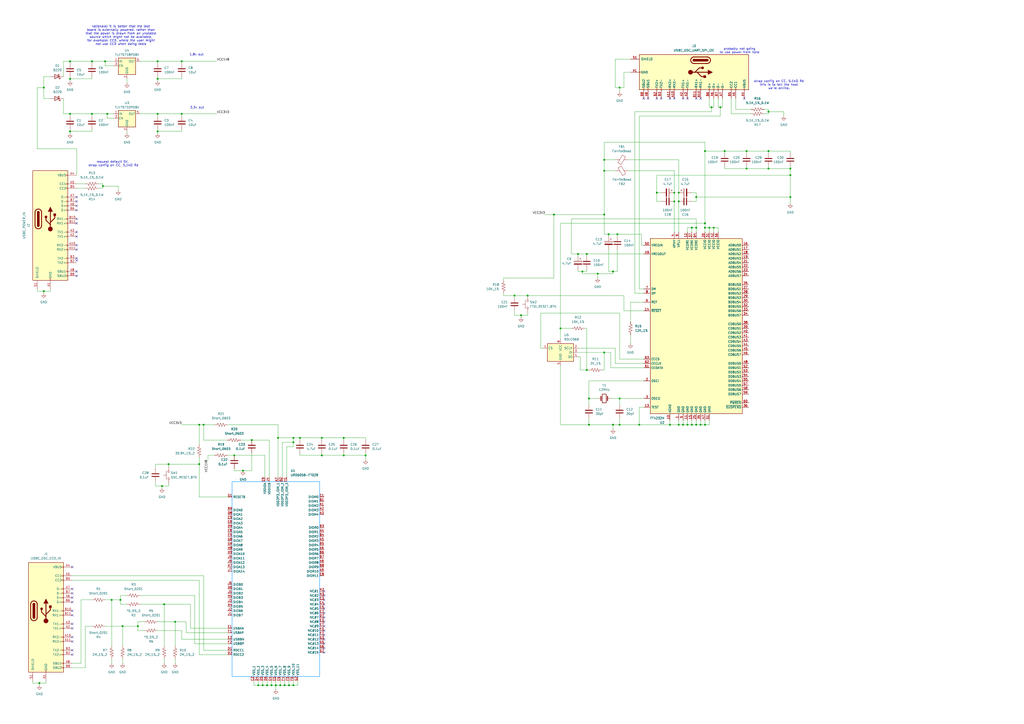
<source format=kicad_sch>
(kicad_sch (version 20250114) (generator "eeschema") (generator_version "9.0")
  (paper "A2")
  (text "rationale: it is better that the test\nboard is externally powered, rather than\nthat the power is drawn from an unstable\nsource which might not be available,\nfor example: CCD, where the user might\nnot use CCD when doing tests" (at 70.104 20.574 0) (effects (font (size 1.27 1.27) (thickness 0.1588) (italic yes))))
  (text "probably not going\nto use power from here" (at 429.006 29.464 0) (effects (font (size 1.27 1.27))))
  (text "strap config on CC, 5.1kΩ Rd\nthis is to tell the host\nwe're online." (at 451.866 49.276 0) (effects (font (size 1.27 1.27))))
  (text "3.3v out" (at 114.3 62.484 0) (effects (font (size 1.27 1.27))))
  (text "request default 5V, \nstrap config on CC, 5.1kΩ Rd" (at 65.786 94.996 0) (effects (font (size 1.27 1.27))))
  (text "1.8v out\n" (at 114.046 31.75 0) (effects (font (size 1.27 1.27))))
  (junction (at 146.05 255.27))
  (junction (at 406.4 246.38))
  (junction (at 445.77 87.63))
  (junction (at 152.4 397.51))
  (junction (at 80.01 363.22))
  (junction (at 393.7 116.84))
  (junction (at 170.18 254))
  (junction (at 411.48 132.08))
  (junction (at 458.47 101.6))
  (junction (at 350.52 92.71))
  (junction (at 350.52 204.47))
  (junction (at 414.02 132.08))
  (junction (at 403.86 114.3))
  (junction (at 391.16 116.84))
  (junction (at 40.64 35.56))
  (junction (at 95.25 350.52))
  (junction (at 105.41 35.56))
  (junction (at 408.94 87.63))
  (junction (at 91.44 76.2))
  (junction (at 306.07 171.45))
  (junction (at 53.34 35.56))
  (junction (at 173.99 254))
  (junction (at 93.98 281.94))
  (junction (at 115.57 246.38))
  (junction (at 396.24 246.38))
  (junction (at 186.69 254))
  (junction (at 71.12 363.22))
  (junction (at 381 111.76))
  (junction (at 199.39 254))
  (junction (at 302.26 182.88))
  (junction (at 40.64 45.72))
  (junction (at 350.52 124.46))
  (junction (at 403.86 132.08))
  (junction (at 212.09 264.16))
  (junction (at 167.64 397.51))
  (junction (at 298.45 171.45))
  (junction (at 91.44 45.72))
  (junction (at 370.84 246.38))
  (junction (at 433.07 87.63))
  (junction (at 22.86 396.24))
  (junction (at 353.06 135.89))
  (junction (at 91.44 35.56))
  (junction (at 445.77 97.79))
  (junction (at 355.6 246.38))
  (junction (at 40.64 66.04))
  (junction (at 135.89 264.16))
  (junction (at 62.23 66.04))
  (junction (at 165.1 397.51))
  (junction (at 59.69 107.95))
  (junction (at 170.18 256.54))
  (junction (at 458.47 97.79))
  (junction (at 408.94 129.54))
  (junction (at 341.63 231.14))
  (junction (at 391.16 111.76))
  (junction (at 161.29 254))
  (junction (at 359.41 50.8))
  (junction (at 355.6 157.48))
  (junction (at 60.96 35.56))
  (junction (at 91.44 66.04))
  (junction (at 340.36 214.63))
  (junction (at 101.6 360.68))
  (junction (at 388.62 246.38))
  (junction (at 69.85 347.98))
  (junction (at 25.4 50.8))
  (junction (at 162.56 397.51))
  (junction (at 321.31 124.46))
  (junction (at 433.07 97.79))
  (junction (at 420.37 87.63))
  (junction (at 325.12 190.5))
  (junction (at 40.64 76.2))
  (junction (at 401.32 132.08))
  (junction (at 398.78 246.38))
  (junction (at 53.34 66.04))
  (junction (at 115.57 269.24))
  (junction (at 140.97 273.05))
  (junction (at 403.86 246.38))
  (junction (at 149.86 397.51))
  (junction (at 359.41 231.14))
  (junction (at 199.39 264.16))
  (junction (at 154.94 397.51))
  (junction (at 118.11 246.38))
  (junction (at 25.4 168.91))
  (junction (at 393.7 246.38))
  (junction (at 157.48 397.51))
  (junction (at 408.94 246.38))
  (junction (at 105.41 66.04))
  (junction (at 346.71 158.75))
  (junction (at 350.52 99.06))
  (junction (at 359.41 246.38))
  (junction (at 97.79 269.24))
  (junction (at 358.14 135.89))
  (junction (at 341.63 246.38))
  (junction (at 445.77 64.77))
  (junction (at 393.7 111.76))
  (junction (at 417.83 62.23))
  (junction (at 340.36 147.32))
  (junction (at 64.77 347.98))
  (junction (at 160.02 397.51))
  (junction (at 337.82 157.48))
  (junction (at 412.75 62.23))
  (junction (at 170.18 397.51))
  (junction (at 186.69 264.16))
  (junction (at 401.32 246.38))
  (junction (at 408.94 132.08))
  (junction (at 335.28 147.32))
  (junction (at 458.47 114.3))
  (no_connect (at 187.96 347.98))
  (no_connect (at 403.86 57.15))
  (no_connect (at 41.91 341.63))
  (no_connect (at 187.96 370.84))
  (no_connect (at 187.96 350.52))
  (no_connect (at 41.91 361.95))
  (no_connect (at 187.96 365.76))
  (no_connect (at 187.96 353.06))
  (no_connect (at 187.96 358.14))
  (no_connect (at 431.8 57.15))
  (no_connect (at 44.45 160.02))
  (no_connect (at 44.45 129.54))
  (no_connect (at 44.45 114.3))
  (no_connect (at 41.91 356.87))
  (no_connect (at 187.96 360.68))
  (no_connect (at 388.62 57.15))
  (no_connect (at 44.45 116.84))
  (no_connect (at 44.45 142.24))
  (no_connect (at 41.91 346.71))
  (no_connect (at 41.91 328.93))
  (no_connect (at 373.38 57.15))
  (no_connect (at 41.91 354.33))
  (no_connect (at 44.45 121.92))
  (no_connect (at 44.45 157.48))
  (no_connect (at 187.96 375.92))
  (no_connect (at 44.45 137.16))
  (no_connect (at 41.91 372.11))
  (no_connect (at 381 57.15))
  (no_connect (at 375.92 57.15))
  (no_connect (at 41.91 344.17))
  (no_connect (at 44.45 134.62))
  (no_connect (at 44.45 127))
  (no_connect (at 391.16 57.15))
  (no_connect (at 41.91 369.57))
  (no_connect (at 44.45 119.38))
  (no_connect (at 41.91 349.25))
  (no_connect (at 383.54 57.15))
  (no_connect (at 41.91 377.19))
  (no_connect (at 398.78 57.15))
  (no_connect (at 187.96 378.46))
  (no_connect (at 187.96 373.38))
  (no_connect (at 44.45 151.13))
  (no_connect (at 187.96 355.6))
  (no_connect (at 44.45 144.78))
  (no_connect (at 41.91 379.73))
  (no_connect (at 406.4 57.15))
  (no_connect (at 41.91 364.49))
  (no_connect (at 187.96 342.9))
  (no_connect (at 187.96 345.44))
  (no_connect (at 187.96 368.3))
  (no_connect (at 396.24 57.15))
  (no_connect (at 187.96 363.22))
  (no_connect (at 44.45 149.86))
  (wire (pts (xy 337.82 158.75) (xy 346.71 158.75)))
  (wire (pts (xy 445.77 63.5) (xy 445.77 64.77)))
  (wire (pts (xy 411.48 246.38) (xy 408.94 246.38)))
  (wire (pts (xy 186.69 264.16) (xy 199.39 264.16)))
  (wire (pts (xy 381 111.76) (xy 381 101.6)))
  (wire (pts (xy 25.4 50.8) (xy 25.4 57.15)))
  (wire (pts (xy 393.7 243.84) (xy 393.7 246.38)))
  (wire (pts (xy 414.02 134.62) (xy 414.02 132.08)))
  (wire (pts (xy 59.69 106.68) (xy 59.69 107.95)))
  (wire (pts (xy 458.47 87.63) (xy 458.47 88.9)))
  (wire (pts (xy 68.58 107.95) (xy 68.58 110.49)))
  (wire (pts (xy 53.34 76.2) (xy 40.64 76.2)))
  (wire (pts (xy 21.59 50.8) (xy 25.4 50.8)))
  (wire (pts (xy 403.86 246.38) (xy 401.32 246.38)))
  (wire (pts (xy 110.49 364.49) (xy 132.08 364.49)))
  (wire (pts (xy 107.95 367.03) (xy 132.08 367.03)))
  (wire (pts (xy 115.57 265.43) (xy 115.57 269.24)))
  (wire (pts (xy 325.12 246.38) (xy 341.63 246.38)))
  (wire (pts (xy 417.83 62.23) (xy 419.1 62.23)))
  (wire (pts (xy 97.79 269.24) (xy 115.57 269.24)))
  (wire (pts (xy 165.1 397.51) (xy 162.56 397.51)))
  (wire (pts (xy 412.75 64.77) (xy 412.75 62.23)))
  (wire (pts (xy 44.45 109.22) (xy 49.53 109.22)))
  (wire (pts (xy 71.12 363.22) (xy 71.12 374.65)))
  (wire (pts (xy 396.24 246.38) (xy 393.7 246.38)))
  (wire (pts (xy 105.41 45.72) (xy 91.44 45.72)))
  (wire (pts (xy 26.67 396.24) (xy 22.86 396.24)))
  (wire (pts (xy 370.84 67.31) (xy 370.84 167.64)))
  (wire (pts (xy 154.94 397.51) (xy 154.94 394.97)))
  (wire (pts (xy 433.07 87.63) (xy 445.77 87.63)))
  (wire (pts (xy 336.55 207.01) (xy 336.55 214.63)))
  (wire (pts (xy 365.76 34.29) (xy 356.87 34.29)))
  (wire (pts (xy 132.08 246.38) (xy 161.29 246.38)))
  (wire (pts (xy 416.56 57.15) (xy 416.56 62.23)))
  (wire (pts (xy 411.48 134.62) (xy 411.48 132.08)))
  (wire (pts (xy 350.52 135.89) (xy 350.52 124.46)))
  (wire (pts (xy 335.28 201.93) (xy 356.87 201.93)))
  (wire (pts (xy 336.55 214.63) (xy 340.36 214.63)))
  (wire (pts (xy 403.86 114.3) (xy 403.86 111.76)))
  (wire (pts (xy 359.41 208.28) (xy 373.38 208.28)))
  (wire (pts (xy 443.23 63.5) (xy 445.77 63.5)))
  (wire (pts (xy 49.53 387.35) (xy 49.53 363.22)))
  (wire (pts (xy 173.99 255.27) (xy 173.99 254)))
  (wire (pts (xy 107.95 360.68) (xy 107.95 367.03)))
  (wire (pts (xy 93.98 283.21) (xy 93.98 281.94)))
  (wire (pts (xy 60.96 35.56) (xy 66.04 35.56)))
  (wire (pts (xy 60.96 363.22) (xy 71.12 363.22)))
  (wire (pts (xy 81.28 66.04) (xy 91.44 66.04)))
  (wire (pts (xy 408.94 82.55) (xy 408.94 87.63)))
  (wire (pts (xy 135.89 271.78) (xy 135.89 273.05)))
  (wire (pts (xy 91.44 74.93) (xy 91.44 76.2)))
  (wire (pts (xy 41.91 336.55) (xy 115.57 336.55)))
  (wire (pts (xy 335.28 148.59) (xy 335.28 147.32)))
  (wire (pts (xy 361.95 41.91) (xy 361.95 50.8)))
  (wire (pts (xy 368.3 170.18) (xy 373.38 170.18)))
  (wire (pts (xy 91.44 45.72) (xy 91.44 46.99)))
  (wire (pts (xy 321.31 161.29) (xy 321.31 124.46)))
  (wire (pts (xy 62.23 66.04) (xy 66.04 66.04)))
  (wire (pts (xy 118.11 377.19) (xy 132.08 377.19)))
  (wire (pts (xy 212.09 264.16) (xy 212.09 262.89)))
  (wire (pts (xy 412.75 62.23) (xy 411.48 62.23)))
  (wire (pts (xy 350.52 82.55) (xy 350.52 92.71)))
  (wire (pts (xy 172.72 397.51) (xy 170.18 397.51)))
  (wire (pts (xy 80.01 360.68) (xy 83.82 360.68)))
  (wire (pts (xy 298.45 171.45) (xy 292.1 171.45)))
  (wire (pts (xy 156.21 276.86) (xy 156.21 255.27)))
  (wire (pts (xy 95.25 382.27) (xy 95.25 384.81)))
  (wire (pts (xy 359.41 231.14) (xy 359.41 234.95)))
  (wire (pts (xy 90.17 281.94) (xy 90.17 279.4)))
  (wire (pts (xy 71.12 382.27) (xy 71.12 384.81)))
  (wire (pts (xy 414.02 132.08) (xy 411.48 132.08)))
  (wire (pts (xy 458.47 101.6) (xy 458.47 114.3)))
  (wire (pts (xy 40.64 76.2) (xy 40.64 74.93)))
  (wire (pts (xy 40.64 45.72) (xy 40.64 46.99)))
  (wire (pts (xy 29.21 57.15) (xy 25.4 57.15)))
  (wire (pts (xy 60.96 35.56) (xy 60.96 38.1)))
  (wire (pts (xy 97.79 281.94) (xy 93.98 281.94)))
  (wire (pts (xy 435.61 66.04) (xy 424.18 66.04)))
  (wire (pts (xy 120.65 264.16) (xy 120.65 266.7)))
  (wire (pts (xy 105.41 74.93) (xy 105.41 76.2)))
  (wire (pts (xy 172.72 394.97) (xy 172.72 397.51)))
  (wire (pts (xy 91.44 365.76) (xy 105.41 365.76)))
  (wire (pts (xy 381 101.6) (xy 458.47 101.6)))
  (wire (pts (xy 71.12 363.22) (xy 80.01 363.22)))
  (wire (pts (xy 401.32 243.84) (xy 401.32 246.38)))
  (wire (pts (xy 40.64 35.56) (xy 53.34 35.56)))
  (wire (pts (xy 419.1 57.15) (xy 419.1 62.23)))
  (wire (pts (xy 53.34 35.56) (xy 60.96 35.56)))
  (wire (pts (xy 408.94 246.38) (xy 406.4 246.38)))
  (wire (pts (xy 298.45 182.88) (xy 298.45 180.34)))
  (wire (pts (xy 356.87 201.93) (xy 356.87 210.82)))
  (wire (pts (xy 396.24 243.84) (xy 396.24 246.38)))
  (wire (pts (xy 165.1 397.51) (xy 165.1 394.97)))
  (wire (pts (xy 156.21 255.27) (xy 146.05 255.27)))
  (wire (pts (xy 424.18 66.04) (xy 424.18 57.15)))
  (wire (pts (xy 53.34 76.2) (xy 53.34 74.93)))
  (wire (pts (xy 40.64 36.83) (xy 40.64 35.56)))
  (wire (pts (xy 403.86 114.3) (xy 403.86 116.84)))
  (wire (pts (xy 370.84 67.31) (xy 417.83 67.31)))
  (wire (pts (xy 118.11 246.38) (xy 118.11 255.27)))
  (wire (pts (xy 393.7 111.76) (xy 393.7 116.84)))
  (wire (pts (xy 335.28 207.01) (xy 336.55 207.01)))
  (wire (pts (xy 340.36 148.59) (xy 340.36 147.32)))
  (wire (pts (xy 41.91 387.35) (xy 49.53 387.35)))
  (wire (pts (xy 393.7 116.84) (xy 393.7 134.62)))
  (wire (pts (xy 81.28 35.56) (xy 91.44 35.56)))
  (wire (pts (xy 21.59 86.36) (xy 21.59 50.8)))
  (wire (pts (xy 173.99 254) (xy 186.69 254)))
  (wire (pts (xy 83.82 365.76) (xy 80.01 365.76)))
  (wire (pts (xy 401.32 132.08) (xy 403.86 132.08)))
  (wire (pts (xy 341.63 220.98) (xy 341.63 231.14)))
  (wire (pts (xy 408.94 132.08) (xy 408.94 134.62)))
  (wire (pts (xy 341.63 231.14) (xy 341.63 234.95)))
  (wire (pts (xy 340.36 190.5) (xy 340.36 214.63)))
  (wire (pts (xy 91.44 66.04) (xy 105.41 66.04)))
  (wire (pts (xy 364.49 99.06) (xy 391.16 99.06)))
  (wire (pts (xy 81.28 350.52) (xy 95.25 350.52)))
  (wire (pts (xy 199.39 264.16) (xy 212.09 264.16)))
  (wire (pts (xy 93.98 281.94) (xy 90.17 281.94)))
  (wire (pts (xy 408.94 87.63) (xy 408.94 129.54)))
  (wire (pts (xy 350.52 214.63) (xy 350.52 204.47)))
  (wire (pts (xy 433.07 87.63) (xy 433.07 88.9)))
  (wire (pts (xy 59.69 109.22) (xy 57.15 109.22)))
  (wire (pts (xy 359.41 50.8) (xy 359.41 53.34)))
  (wire (pts (xy 91.44 36.83) (xy 91.44 35.56)))
  (wire (pts (xy 341.63 242.57) (xy 341.63 246.38)))
  (wire (pts (xy 186.69 262.89) (xy 186.69 264.16)))
  (wire (pts (xy 372.11 135.89) (xy 358.14 135.89)))
  (wire (pts (xy 403.86 127) (xy 403.86 132.08)))
  (wire (pts (xy 313.69 201.93) (xy 314.96 201.93)))
  (wire (pts (xy 365.76 175.26) (xy 365.76 186.69)))
  (wire (pts (xy 321.31 124.46) (xy 350.52 124.46)))
  (wire (pts (xy 302.26 182.88) (xy 298.45 182.88)))
  (wire (pts (xy 105.41 35.56) (xy 91.44 35.56)))
  (wire (pts (xy 398.78 243.84) (xy 398.78 246.38)))
  (wire (pts (xy 316.23 124.46) (xy 321.31 124.46)))
  (wire (pts (xy 153.67 264.16) (xy 153.67 276.86)))
  (wire (pts (xy 69.85 345.44) (xy 73.66 345.44)))
  (wire (pts (xy 331.47 147.32) (xy 331.47 127)))
  (wire (pts (xy 458.47 114.3) (xy 458.47 118.11)))
  (wire (pts (xy 416.56 62.23) (xy 417.83 62.23)))
  (wire (pts (xy 139.7 255.27) (xy 146.05 255.27)))
  (wire (pts (xy 60.96 347.98) (xy 64.77 347.98)))
  (wire (pts (xy 105.41 66.04) (xy 125.73 66.04)))
  (wire (pts (xy 350.52 204.47) (xy 354.33 204.47)))
  (wire (pts (xy 340.36 147.32) (xy 373.38 147.32)))
  (wire (pts (xy 97.79 269.24) (xy 97.79 270.51)))
  (wire (pts (xy 350.52 92.71) (xy 350.52 99.06)))
  (wire (pts (xy 406.4 243.84) (xy 406.4 246.38)))
  (wire (pts (xy 372.11 142.24) (xy 372.11 135.89)))
  (wire (pts (xy 46.99 347.98) (xy 53.34 347.98)))
  (wire (pts (xy 353.06 157.48) (xy 355.6 157.48)))
  (wire (pts (xy 368.3 64.77) (xy 412.75 64.77)))
  (wire (pts (xy 401.32 134.62) (xy 401.32 132.08)))
  (wire (pts (xy 458.47 96.52) (xy 458.47 97.79)))
  (wire (pts (xy 115.57 246.38) (xy 115.57 257.81)))
  (wire (pts (xy 355.6 248.92) (xy 355.6 246.38)))
  (wire (pts (xy 331.47 127) (xy 403.86 127)))
  (wire (pts (xy 173.99 262.89) (xy 173.99 264.16)))
  (wire (pts (xy 359.41 242.57) (xy 359.41 246.38)))
  (wire (pts (xy 25.4 168.91) (xy 25.4 170.18)))
  (wire (pts (xy 411.48 243.84) (xy 411.48 246.38)))
  (wire (pts (xy 157.48 397.51) (xy 157.48 394.97)))
  (wire (pts (xy 64.77 347.98) (xy 69.85 347.98)))
  (wire (pts (xy 95.25 374.65) (xy 95.25 350.52)))
  (wire (pts (xy 325.12 190.5) (xy 331.47 190.5)))
  (wire (pts (xy 149.86 397.51) (xy 152.4 397.51)))
  (wire (pts (xy 359.41 50.8) (xy 361.95 50.8)))
  (wire (pts (xy 420.37 87.63) (xy 433.07 87.63)))
  (wire (pts (xy 373.38 175.26) (xy 365.76 175.26)))
  (wire (pts (xy 350.52 214.63) (xy 349.25 214.63)))
  (wire (pts (xy 170.18 256.54) (xy 170.18 254)))
  (wire (pts (xy 411.48 57.15) (xy 411.48 62.23)))
  (wire (pts (xy 358.14 135.89) (xy 358.14 137.16)))
  (wire (pts (xy 435.61 63.5) (xy 426.72 63.5)))
  (wire (pts (xy 124.46 264.16) (xy 120.65 264.16)))
  (wire (pts (xy 364.49 92.71) (xy 393.7 92.71)))
  (wire (pts (xy 212.09 264.16) (xy 212.09 266.7)))
  (wire (pts (xy 391.16 111.76) (xy 391.16 116.84)))
  (wire (pts (xy 105.41 35.56) (xy 125.73 35.56)))
  (wire (pts (xy 90.17 269.24) (xy 97.79 269.24)))
  (wire (pts (xy 445.77 87.63) (xy 445.77 88.9)))
  (wire (pts (xy 414.02 57.15) (xy 414.02 62.23)))
  (wire (pts (xy 46.99 347.98) (xy 46.99 384.81)))
  (wire (pts (xy 370.84 246.38) (xy 359.41 246.38)))
  (wire (pts (xy 81.28 345.44) (xy 113.03 345.44)))
  (wire (pts (xy 337.82 157.48) (xy 337.82 158.75)))
  (wire (pts (xy 36.83 57.15) (xy 36.83 66.04)))
  (wire (pts (xy 420.37 88.9) (xy 420.37 87.63)))
  (wire (pts (xy 306.07 181.61) (xy 306.07 182.88)))
  (wire (pts (xy 401.32 116.84) (xy 403.86 116.84)))
  (wire (pts (xy 49.53 106.68) (xy 44.45 106.68)))
  (wire (pts (xy 356.87 34.29) (xy 356.87 50.8)))
  (wire (pts (xy 354.33 231.14) (xy 359.41 231.14)))
  (wire (pts (xy 412.75 62.23) (xy 414.02 62.23)))
  (wire (pts (xy 445.77 87.63) (xy 458.47 87.63)))
  (wire (pts (xy 313.69 181.61) (xy 359.41 181.61)))
  (wire (pts (xy 199.39 262.89) (xy 199.39 264.16)))
  (wire (pts (xy 335.28 147.32) (xy 340.36 147.32)))
  (wire (pts (xy 163.83 256.54) (xy 170.18 256.54)))
  (wire (pts (xy 115.57 269.24) (xy 115.57 288.29)))
  (wire (pts (xy 53.34 35.56) (xy 53.34 36.83)))
  (wire (pts (xy 354.33 204.47) (xy 354.33 213.36)))
  (wire (pts (xy 53.34 45.72) (xy 53.34 44.45)))
  (wire (pts (xy 95.25 350.52) (xy 110.49 350.52)))
  (wire (pts (xy 22.86 396.24) (xy 22.86 397.51)))
  (wire (pts (xy 101.6 360.68) (xy 107.95 360.68)))
  (wire (pts (xy 105.41 370.84) (xy 132.08 370.84)))
  (wire (pts (xy 105.41 44.45) (xy 105.41 45.72)))
  (wire (pts (xy 167.64 397.51) (xy 165.1 397.51)))
  (wire (pts (xy 115.57 336.55) (xy 115.57 379.73)))
  (wire (pts (xy 398.78 246.38) (xy 396.24 246.38)))
  (wire (pts (xy 160.02 400.05) (xy 160.02 397.51)))
  (wire (pts (xy 115.57 288.29) (xy 132.08 288.29)))
  (wire (pts (xy 325.12 129.54) (xy 408.94 129.54)))
  (wire (pts (xy 170.18 254) (xy 173.99 254)))
  (wire (pts (xy 306.07 171.45) (xy 361.95 171.45)))
  (wire (pts (xy 57.15 106.68) (xy 59.69 106.68)))
  (wire (pts (xy 66.04 68.58) (xy 62.23 68.58)))
  (wire (pts (xy 60.96 38.1) (xy 66.04 38.1)))
  (wire (pts (xy 370.84 236.22) (xy 370.84 246.38)))
  (wire (pts (xy 53.34 66.04) (xy 53.34 67.31)))
  (wire (pts (xy 166.37 276.86) (xy 166.37 259.08)))
  (wire (pts (xy 212.09 255.27) (xy 212.09 254)))
  (wire (pts (xy 406.4 246.38) (xy 403.86 246.38)))
  (wire (pts (xy 359.41 246.38) (xy 355.6 246.38)))
  (wire (pts (xy 346.71 158.75) (xy 355.6 158.75)))
  (wire (pts (xy 36.83 35.56) (xy 36.83 44.45)))
  (wire (pts (xy 292.1 161.29) (xy 292.1 162.56)))
  (wire (pts (xy 340.36 190.5) (xy 339.09 190.5)))
  (wire (pts (xy 44.45 101.6) (xy 44.45 86.36)))
  (wire (pts (xy 40.64 76.2) (xy 40.64 77.47)))
  (wire (pts (xy 401.32 111.76) (xy 403.86 111.76)))
  (wire (pts (xy 36.83 35.56) (xy 40.64 35.56)))
  (wire (pts (xy 170.18 397.51) (xy 167.64 397.51)))
  (wire (pts (xy 359.41 181.61) (xy 359.41 208.28)))
  (wire (pts (xy 458.47 97.79) (xy 458.47 101.6)))
  (wire (pts (xy 59.69 107.95) (xy 59.69 109.22)))
  (wire (pts (xy 49.53 363.22) (xy 53.34 363.22)))
  (wire (pts (xy 393.7 246.38) (xy 388.62 246.38)))
  (wire (pts (xy 80.01 363.22) (xy 80.01 365.76)))
  (wire (pts (xy 403.86 132.08) (xy 403.86 134.62)))
  (wire (pts (xy 40.64 44.45) (xy 40.64 45.72)))
  (wire (pts (xy 393.7 92.71) (xy 393.7 111.76)))
  (wire (pts (xy 160.02 397.51) (xy 160.02 394.97)))
  (wire (pts (xy 298.45 171.45) (xy 306.07 171.45)))
  (wire (pts (xy 113.03 373.38) (xy 132.08 373.38)))
  (wire (pts (xy 373.38 142.24) (xy 372.11 142.24)))
  (wire (pts (xy 325.12 190.5) (xy 325.12 129.54)))
  (wire (pts (xy 445.77 97.79) (xy 458.47 97.79)))
  (wire (pts (xy 22.86 396.24) (xy 19.05 396.24)))
  (wire (pts (xy 91.44 44.45) (xy 91.44 45.72)))
  (wire (pts (xy 341.63 231.14) (xy 346.71 231.14)))
  (wire (pts (xy 161.29 254) (xy 170.18 254)))
  (wire (pts (xy 132.08 255.27) (xy 118.11 255.27)))
  (wire (pts (xy 64.77 347.98) (xy 64.77 374.65)))
  (wire (pts (xy 135.89 264.16) (xy 153.67 264.16)))
  (wire (pts (xy 132.08 264.16) (xy 135.89 264.16)))
  (wire (pts (xy 199.39 254) (xy 212.09 254)))
  (wire (pts (xy 110.49 350.52) (xy 110.49 364.49)))
  (wire (pts (xy 105.41 76.2) (xy 91.44 76.2)))
  (wire (pts (xy 433.07 96.52) (xy 433.07 97.79)))
  (wire (pts (xy 325.12 190.5) (xy 325.12 196.85)))
  (wire (pts (xy 105.41 36.83) (xy 105.41 35.56)))
  (wire (pts (xy 373.38 180.34) (xy 361.95 180.34)))
  (wire (pts (xy 64.77 382.27) (xy 64.77 384.81)))
  (wire (pts (xy 398.78 132.08) (xy 401.32 132.08)))
  (wire (pts (xy 113.03 345.44) (xy 113.03 373.38)))
  (wire (pts (xy 306.07 182.88) (xy 302.26 182.88)))
  (wire (pts (xy 118.11 246.38) (xy 124.46 246.38)))
  (wire (pts (xy 173.99 264.16) (xy 186.69 264.16)))
  (wire (pts (xy 433.07 97.79) (xy 445.77 97.79)))
  (wire (pts (xy 353.06 144.78) (xy 353.06 157.48)))
  (wire (pts (xy 313.69 181.61) (xy 313.69 201.93)))
  (wire (pts (xy 186.69 254) (xy 199.39 254)))
  (wire (pts (xy 166.37 259.08) (xy 170.18 259.08)))
  (wire (pts (xy 370.84 167.64) (xy 373.38 167.64)))
  (wire (pts (xy 162.56 397.51) (xy 160.02 397.51)))
  (wire (pts (xy 147.32 397.51) (xy 149.86 397.51)))
  (wire (pts (xy 97.79 280.67) (xy 97.79 281.94)))
  (wire (pts (xy 25.4 44.45) (xy 25.4 50.8)))
  (wire (pts (xy 69.85 345.44) (xy 69.85 347.98)))
  (wire (pts (xy 140.97 273.05) (xy 146.05 273.05)))
  (wire (pts (xy 115.57 379.73) (xy 132.08 379.73)))
  (wire (pts (xy 416.56 132.08) (xy 414.02 132.08)))
  (wire (pts (xy 40.64 45.72) (xy 53.34 45.72)))
  (wire (pts (xy 162.56 397.51) (xy 162.56 394.97)))
  (wire (pts (xy 340.36 156.21) (xy 340.36 157.48)))
  (wire (pts (xy 73.66 350.52) (xy 69.85 350.52)))
  (wire (pts (xy 36.83 66.04) (xy 40.64 66.04)))
  (wire (pts (xy 161.29 254) (xy 161.29 246.38)))
  (wire (pts (xy 25.4 44.45) (xy 29.21 44.45)))
  (wire (pts (xy 341.63 246.38) (xy 355.6 246.38)))
  (wire (pts (xy 335.28 156.21) (xy 335.28 157.48)))
  (wire (pts (xy 146.05 262.89) (xy 146.05 273.05)))
  (wire (pts (xy 115.57 246.38) (xy 118.11 246.38)))
  (wire (pts (xy 29.21 167.64) (xy 29.21 168.91)))
  (wire (pts (xy 69.85 347.98) (xy 69.85 350.52)))
  (wire (pts (xy 302.26 182.88) (xy 302.26 184.15)))
  (wire (pts (xy 358.14 157.48) (xy 355.6 157.48)))
  (wire (pts (xy 152.4 397.51) (xy 154.94 397.51)))
  (wire (pts (xy 398.78 134.62) (xy 398.78 132.08)))
  (wire (pts (xy 420.37 97.79) (xy 433.07 97.79)))
  (wire (pts (xy 68.58 107.95) (xy 59.69 107.95)))
  (wire (pts (xy 161.29 276.86) (xy 161.29 254)))
  (wire (pts (xy 101.6 360.68) (xy 101.6 374.65)))
  (wire (pts (xy 356.87 210.82) (xy 373.38 210.82)))
  (wire (pts (xy 21.59 168.91) (xy 21.59 167.64)))
  (wire (pts (xy 149.86 397.51) (xy 149.86 394.97)))
  (wire (pts (xy 354.33 213.36) (xy 373.38 213.36)))
  (wire (pts (xy 19.05 396.24) (xy 19.05 394.97)))
  (wire (pts (xy 365.76 41.91) (xy 361.95 41.91)))
  (wire (pts (xy 292.1 161.29) (xy 321.31 161.29)))
  (wire (pts (xy 157.48 397.51) (xy 160.02 397.51)))
  (wire (pts (xy 356.87 50.8) (xy 359.41 50.8)))
  (wire (pts (xy 91.44 76.2) (xy 91.44 77.47)))
  (wire (pts (xy 350.52 82.55) (xy 408.94 82.55)))
  (wire (pts (xy 80.01 360.68) (xy 80.01 363.22)))
  (wire (pts (xy 152.4 397.51) (xy 152.4 394.97)))
  (wire (pts (xy 118.11 334.01) (xy 118.11 377.19)))
  (wire (pts (xy 361.95 180.34) (xy 361.95 171.45)))
  (wire (pts (xy 391.16 116.84) (xy 391.16 134.62)))
  (wire (pts (xy 154.94 397.51) (xy 157.48 397.51)))
  (wire (pts (xy 292.1 170.18) (xy 292.1 171.45)))
  (wire (pts (xy 408.94 129.54) (xy 408.94 132.08)))
  (wire (pts (xy 341.63 220.98) (xy 373.38 220.98)))
  (wire (pts (xy 325.12 212.09) (xy 325.12 246.38)))
  (wire (pts (xy 373.38 236.22) (xy 370.84 236.22)))
  (wire (pts (xy 199.39 255.27) (xy 199.39 254)))
  (wire (pts (xy 408.94 87.63) (xy 420.37 87.63)))
  (wire (pts (xy 73.66 76.2) (xy 73.66 77.47)))
  (wire (pts (xy 101.6 382.27) (xy 101.6 384.81)))
  (wire (pts (xy 147.32 394.97) (xy 147.32 397.51)))
  (wire (pts (xy 353.06 135.89) (xy 350.52 135.89)))
  (wire (pts (xy 167.64 397.51) (xy 167.64 394.97)))
  (wire (pts (xy 358.14 135.89) (xy 353.06 135.89)))
  (wire (pts (xy 350.52 99.06) (xy 356.87 99.06)))
  (wire (pts (xy 383.54 111.76) (xy 381 111.76)))
  (wire (pts (xy 350.52 99.06) (xy 350.52 124.46)))
  (wire (pts (xy 170.18 397.51) (xy 170.18 394.97)))
  (wire (pts (xy 298.45 171.45) (xy 298.45 172.72)))
  (wire (pts (xy 40.64 66.04) (xy 53.34 66.04)))
  (wire (pts (xy 41.91 334.01) (xy 118.11 334.01)))
  (wire (pts (xy 90.17 271.78) (xy 90.17 269.24)))
  (wire (pts (xy 170.18 259.08) (xy 170.18 256.54)))
  (wire (pts (xy 381 111.76) (xy 381 116.84)))
  (wire (pts (xy 46.99 384.81) (xy 41.91 384.81)))
  (wire (pts (xy 403.86 114.3) (xy 458.47 114.3)))
  (wire (pts (xy 403.86 243.84) (xy 403.86 246.38)))
  (wire (pts (xy 426.72 63.5) (xy 426.72 57.15)))
  (wire (pts (xy 25.4 168.91) (xy 21.59 168.91)))
  (wire (pts (xy 454.66 64.77) (xy 454.66 67.31)))
  (wire (pts (xy 383.54 116.84) (xy 381 116.84)))
  (wire (pts (xy 53.34 66.04) (xy 62.23 66.04)))
  (wire (pts (xy 105.41 66.04) (xy 105.41 67.31)))
  (wire (pts (xy 445.77 96.52) (xy 445.77 97.79)))
  (wire (pts (xy 401.32 246.38) (xy 398.78 246.38)))
  (wire (pts (xy 340.36 214.63) (xy 341.63 214.63)))
  (wire (pts (xy 388.62 246.38) (xy 370.84 246.38)))
  (wire (pts (xy 163.83 276.86) (xy 163.83 256.54)))
  (wire (pts (xy 91.44 67.31) (xy 91.44 66.04)))
  (wire (pts (xy 391.16 99.06) (xy 391.16 111.76)))
  (wire (pts (xy 346.71 161.29) (xy 346.71 158.75)))
  (wire (pts (xy 445.77 66.04) (xy 443.23 66.04)))
  (wire (pts (xy 335.28 157.48) (xy 337.82 157.48)))
  (wire (pts (xy 186.69 255.27) (xy 186.69 254)))
  (wire (pts (xy 44.45 86.36) (xy 21.59 86.36)))
  (wire (pts (xy 358.14 144.78) (xy 358.14 157.48)))
  (wire (pts (xy 350.52 92.71) (xy 356.87 92.71)))
  (wire (pts (xy 417.83 67.31) (xy 417.83 62.23)))
  (wire (pts (xy 335.28 204.47) (xy 350.52 204.47)))
  (wire (pts (xy 105.41 246.38) (xy 115.57 246.38)))
  (wire (pts (xy 445.77 64.77) (xy 445.77 66.04)))
  (wire (pts (xy 368.3 64.77) (xy 368.3 170.18)))
  (wire (pts (xy 331.47 147.32) (xy 335.28 147.32)))
  (wire (pts (xy 388.62 243.84) (xy 388.62 246.38)))
  (wire (pts (xy 91.44 360.68) (xy 101.6 360.68)))
  (wire (pts (xy 355.6 157.48) (xy 355.6 158.75)))
  (wire (pts (xy 365.76 194.31) (xy 365.76 199.39)))
  (wire (pts (xy 373.38 231.14) (xy 359.41 231.14)))
  (wire (pts (xy 135.89 273.05) (xy 140.97 273.05)))
  (wire (pts (xy 26.67 394.97) (xy 26.67 396.24)))
  (wire (pts (xy 40.64 67.31) (xy 40.64 66.04)))
  (wire (pts (xy 416.56 134.62) (xy 416.56 132.08)))
  (wire (pts (xy 337.82 157.48) (xy 340.36 157.48)))
  (wire (pts (xy 62.23 66.04) (xy 62.23 68.58)))
  (wire (pts (xy 454.66 64.77) (xy 445.77 64.77)))
  (wire (pts (xy 25.4 168.91) (xy 29.21 168.91)))
  (wire (pts (xy 420.37 96.52) (xy 420.37 97.79)))
  (wire (pts (xy 353.06 135.89) (xy 353.06 137.16)))
  (wire (pts (xy 411.48 132.08) (xy 408.94 132.08)))
  (wire (pts (xy 105.41 365.76) (xy 105.41 370.84)))
  (wire (pts (xy 408.94 243.84) (xy 408.94 246.38)))
  (wire (pts (xy 73.66 45.72) (xy 73.66 48.26)))
  (label "VCC3V3" (at 316.23 124.46 180))
  (label "VCC1V8" (at 120.65 266.7 270))
  (label "VCC3V3" (at 125.73 66.04 0))
  (label "VCC3V3" (at 105.41 246.38 180))
  (label "VCC1V8" (at 125.73 35.56 0))
  (symbol (lib_id "Device:C") (at 340.36 152.4 0) (unit 1)
    (property "Reference" "C10" (at 344.17 151.1299 0) (effects (justify left)))
    (property "Value" "100nF" (at 344.17 153.6699 0) (effects (justify left)))
    (property "Description" "Unpolarized capacitor" (effects (hide yes)))
  )
  (symbol (lib_id "power:GND") (at 458.47 118.11 0) (unit 1)
    (property "Reference" "#PWR023" (effects (hide yes)))
    (property "Value" "GND" (at 458.47 123.19 0))
    (property "Description" "Power symbol creates a global label with name \"GND\" , ground" (effects (hide yes)))
  )
  (symbol (lib_id "Device:C") (at 105.41 40.64 0) (unit 1)
    (property "Reference" "C8" (at 109.22 39.3699 0) (effects (justify left)))
    (property "Value" "10uF" (at 109.22 41.9099 0) (effects (justify left)))
    (property "Description" "Unpolarized capacitor" (effects (hide yes)))
  )
  (symbol (lib_id "Device:R_US") (at 365.76 190.5 0) (unit 1)
    (property "Reference" "R15" (at 368.3 189.2299 0) (effects (justify left)))
    (property "Value" "12K_1%" (at 368.3 191.7699 0) (effects (justify left)))
    (property "Description" "Resistor, US symbol" (effects (hide yes)))
  )
  (symbol (lib_id "power:GND") (at 73.66 48.26 0) (unit 1)
    (property "Reference" "#PWR018" (effects (hide yes)))
    (property "Value" "GND" (at 73.66 53.34 0))
    (property "Description" "Power symbol creates a global label with name \"GND\" , ground" (effects (hide yes)))
  )
  (symbol (lib_id "Device:C") (at 212.09 259.08 0) (unit 1)
    (property "Reference" "C27" (at 215.9 257.8099 0) (effects (justify left)))
    (property "Value" "0.1uF" (at 215.9 260.3499 0) (effects (justify left)))
    (property "Description" "Unpolarized capacitor" (effects (hide yes)))
  )
  (symbol (lib_id "Device:C") (at 53.34 40.64 0) (unit 1)
    (property "Reference" "C6" (at 57.15 39.3699 0) (effects (justify left)))
    (property "Value" "100nF" (at 57.15 41.9099 0) (effects (justify left)))
    (property "Description" "Unpolarized capacitor" (effects (hide yes)))
  )
  (symbol (lib_id "Device:R_US") (at 71.12 378.46 180) (unit 1)
    (property "Reference" "R8" (at 73.66 377.1899 0) (effects (justify right)))
    (property "Value" "2M_1%_2" (at 73.66 379.7299 0) (effects (justify right)))
    (property "Description" "Resistor, US symbol" (effects (hide yes)))
  )
  (symbol (lib_id "power:GND") (at 346.71 161.29 0) (unit 1)
    (property "Reference" "#PWR019" (effects (hide yes)))
    (property "Value" "GND" (at 346.71 166.37 0))
    (property "Description" "Power symbol creates a global label with name \"GND\" , ground" (effects (hide yes)))
  )
  (symbol (lib_id "Device:C") (at 53.34 71.12 0) (unit 1)
    (property "Reference" "C2" (at 57.15 69.8499 0) (effects (justify left)))
    (property "Value" "100nF" (at 57.15 72.3899 0) (effects (justify left)))
    (property "Description" "Unpolarized capacitor" (effects (hide yes)))
  )
  (symbol (lib_id "Device:R_US") (at 135.89 255.27 90) (unit 1)
    (property "Reference" "R20" (at 135.89 248.92 90))
    (property "Value" "Short_0603" (at 135.89 251.46 90))
    (property "Description" "Resistor, US symbol" (effects (hide yes)))
  )
  (symbol (lib_id "power:GND") (at 365.76 199.39 0) (unit 1)
    (property "Reference" "#PWR07" (effects (hide yes)))
    (property "Value" "GND" (at 365.76 204.47 0))
    (property "Description" "Power symbol creates a global label with name \"GND\" , ground" (effects (hide yes)))
  )
  (symbol (lib_id "Device:C") (at 40.64 40.64 0) (unit 1)
    (property "Reference" "C5" (at 44.45 40.6399 0) (effects (justify left)))
    (property "Value" "10uF" (at 44.45 43.1799 0) (effects (justify left)))
    (property "Description" "Unpolarized capacitor" (effects (hide yes)))
  )
  (symbol (lib_id "power:GND") (at 64.77 384.81 0) (unit 1)
    (property "Reference" "#PWR03" (effects (hide yes)))
    (property "Value" "GND" (at 64.77 389.89 0))
    (property "Description" "Power symbol creates a global label with name \"GND\" , ground" (effects (hide yes)))
  )
  (symbol (lib_id "Device:C") (at 40.64 71.12 0) (unit 1)
    (property "Reference" "C1" (at 44.45 69.8499 0) (effects (justify left)))
    (property "Value" "10uF" (at 44.45 72.3899 0) (effects (justify left)))
    (property "Description" "Unpolarized capacitor" (effects (hide yes)))
  )
  (symbol (lib_id "Device:R_US") (at 95.25 378.46 0) (mirror x) (unit 1)
    (property "Reference" "R9" (at 92.71 377.1899 0) (effects (justify right)))
    (property "Value" "2M_1%_2" (at 92.71 379.7299 0) (effects (justify right)))
    (property "Description" "Resistor, US symbol" (effects (hide yes)))
  )
  (symbol (lib_id "Device:C") (at 91.44 40.64 0) (unit 1)
    (property "Reference" "C7" (at 95.25 39.3699 0) (effects (justify left)))
    (property "Value" "100nF" (at 95.25 41.9099 0) (effects (justify left)))
    (property "Description" "Unpolarized capacitor" (effects (hide yes)))
  )
  (symbol (lib_id "Device:R_US") (at 439.42 63.5 270) (mirror x) (unit 1)
    (property "Reference" "R16" (at 439.42 57.15 90))
    (property "Value" "5.1K_1%_0.1W" (at 439.42 59.69 90))
    (property "Description" "Resistor, US symbol" (effects (hide yes)))
  )
  (symbol (lib_id "Device:C") (at 146.05 259.08 0) (mirror x) (unit 1)
    (property "Reference" "C23" (at 142.24 257.8099 0) (effects (justify right)))
    (property "Value" "0.1uF" (at 142.24 260.3499 0) (effects (justify right)))
    (property "Description" "Unpolarized capacitor" (effects (hide yes)))
  )
  (symbol (lib_id "power:GND") (at 359.41 53.34 0) (unit 1)
    (property "Reference" "#PWR022" (effects (hide yes)))
    (property "Value" "GND" (at 359.41 58.42 0))
    (property "Description" "Power symbol creates a global label with name \"GND\" , ground" (effects (hide yes)))
  )
  (symbol (lib_id "power:GND") (at 212.09 266.7 0) (unit 1)
    (property "Reference" "#PWR09" (effects (hide yes)))
    (property "Value" "GND" (at 212.09 271.78 0))
    (property "Description" "Power symbol creates a global label with name \"GND\" , ground" (effects (hide yes)))
  )
  (symbol (lib_id "Device:C") (at 420.37 92.71 0) (mirror x) (unit 1)
    (property "Reference" "C19" (at 416.56 91.4399 0) (effects (justify right)))
    (property "Value" "100nF" (at 416.56 93.9799 0) (effects (justify right)))
    (property "Description" "Unpolarized capacitor" (effects (hide yes)))
  )
  (symbol (lib_id "power:GND") (at 91.44 77.47 0) (unit 1)
    (property "Reference" "#PWR015" (effects (hide yes)))
    (property "Value" "GND" (at 91.44 82.55 0))
    (property "Description" "Power symbol creates a global label with name \"GND\" , ground" (effects (hide yes)))
  )
  (symbol (lib_id "power:GND") (at 22.86 397.51 0) (unit 1)
    (property "Reference" "#PWR01" (effects (hide yes)))
    (property "Value" "GND" (at 22.86 402.59 0))
    (property "Description" "Power symbol creates a global label with name \"GND\" , ground" (effects (hide yes)))
  )
  (symbol (lib_id "Device:R_US") (at 345.44 214.63 90) (unit 1)
    (property "Reference" "R11" (at 345.44 208.28 90))
    (property "Value" "2K_1%" (at 345.44 210.82 90))
    (property "Description" "Resistor, US symbol" (effects (hide yes)))
  )
  (symbol (lib_id "Device:C") (at 105.41 71.12 0) (unit 1)
    (property "Reference" "C4" (at 109.22 69.8499 0) (effects (justify left)))
    (property "Value" "10uF" (at 109.22 72.3899 0) (effects (justify left)))
    (property "Description" "Unpolarized capacitor" (effects (hide yes)))
  )
  (symbol (lib_id "Device:R_US") (at 64.77 378.46 0) (mirror x) (unit 1)
    (property "Reference" "R7" (at 62.23 377.1899 0) (effects (justify right)))
    (property "Value" "2M_1%_2" (at 62.23 379.7299 0) (effects (justify right)))
    (property "Description" "Resistor, US symbol" (effects (hide yes)))
  )
  (symbol (lib_id "Device:R_US") (at 87.63 360.68 90) (unit 1)
    (property "Reference" "R5" (at 87.63 354.33 90))
    (property "Value" "Short_0201" (at 87.63 356.87 90))
    (property "Description" "Resistor, US symbol" (effects (hide yes)))
  )
  (symbol (lib_id "power:GND") (at 91.44 46.99 0) (unit 1)
    (property "Reference" "#PWR017" (effects (hide yes)))
    (property "Value" "GND" (at 91.44 52.07 0))
    (property "Description" "Power symbol creates a global label with name \"GND\" , ground" (effects (hide yes)))
  )
  (symbol (lib_id "Device:C") (at 199.39 259.08 0) (unit 1)
    (property "Reference" "C26" (at 203.2 257.8099 0) (effects (justify left)))
    (property "Value" "0.1uF" (at 203.2 260.3499 0) (effects (justify left)))
    (property "Description" "Unpolarized capacitor" (effects (hide yes)))
  )
  (symbol (lib_id "power:GND") (at 68.58 110.49 0) (unit 1)
    (property "Reference" "#PWR010" (effects (hide yes)))
    (property "Value" "GND" (at 68.58 115.57 0))
    (property "Description" "Power symbol creates a global label with name \"GND\" , ground" (effects (hide yes)))
  )
  (symbol (lib_id "Connector:USB_C_Receptacle") (at 406.4 41.91 270) (unit 1)
    (property "Reference" "J3" (at 402.59 26.67 90))
    (property "Value" "USBC_GSC_UART_SPI_I2C" (at 402.59 29.21 90))
    (property "Datasheet" "https://www.usb.org/sites/default/files/documents/usb_type-c.zip" (effects (hide yes)))
    (property "Description" "USB Full-Featured Type-C Receptacle connector" (effects (hide yes)))
  )
  (symbol (lib_id "Regulator_Linear:TLV75718PDBV") (at 73.66 38.1 0) (unit 1)
    (property "Reference" "U4" (at 73.66 29.21 0))
    (property "Value" "TLV75718PDBV" (at 73.66 31.75 0))
    (property "Footprint" "Package_TO_SOT_SMD:SOT-23-5" (effects (hide yes)))
    (property "Datasheet" "https://www.ti.com/lit/ds/symlink/tlv757p.pdf" (effects (hide yes)))
    (property "Description" "1A Low IQ Small Size Low Dropout Voltage Regulator, Fixed Output 1.8V, SOT-23-5" (effects (hide yes)))
  )
  (symbol (lib_id "Diode:B220") (at 33.02 57.15 180) (unit 1)
    (property "Reference" "D2" (at 33.3375 50.8 0))
    (property "Value" "B220" (at 33.3375 53.34 0))
    (property "Footprint" "Diode_SMD:D_SMB" (effects (hide yes)))
    (property "Datasheet" "http://www.jameco.com/Jameco/Products/ProdDS/1538777.pdf" (effects (hide yes)))
    (property "Description" "20V 2A Schottky Barrier Rectifier Diode, SMB" (effects (hide yes)))
  )
  (symbol (lib_id "Device:FerriteBead") (at 360.68 99.06 270) (mirror x) (unit 1)
    (property "Reference" "FB2" (at 360.7308 106.68 90))
    (property "Value" "FerriteBead" (at 360.7308 104.14 90))
    (property "Description" "Ferrite bead" (effects (hide yes)))
  )
  (symbol (lib_id "Regulator_Linear:TLV75733PDBV") (at 73.66 68.58 0) (unit 1)
    (property "Reference" "U3" (at 73.66 59.69 0))
    (property "Value" "TLV75733PDBV" (at 73.66 62.23 0))
    (property "Footprint" "Package_TO_SOT_SMD:SOT-23-5" (effects (hide yes)))
    (property "Datasheet" "https://www.ti.com/lit/ds/symlink/tlv757p.pdf" (effects (hide yes)))
    (property "Description" "1A Low IQ Small Size Low Dropout Voltage Regulator, Fixed Output 3.3V, SOT-23-5" (effects (hide yes)))
  )
  (symbol (lib_id "Device:C") (at 298.45 176.53 0) (mirror x) (unit 1)
    (property "Reference" "C21" (at 294.64 175.2599 0) (effects (justify right)))
    (property "Value" "100nF" (at 294.64 177.7999 0) (effects (justify right)))
    (property "Description" "Unpolarized capacitor" (effects (hide yes)))
  )
  (symbol (lib_id "Device:R_US") (at 101.6 378.46 180) (unit 1)
    (property "Reference" "R10" (at 104.14 377.1899 0) (effects (justify right)))
    (property "Value" "2M_1%_2" (at 104.14 379.7299 0) (effects (justify right)))
    (property "Description" "Resistor, US symbol" (effects (hide yes)))
  )
  (symbol (lib_id "Device:R_US") (at 115.57 261.62 0) (mirror x) (unit 1)
    (property "Reference" "R22" (at 113.03 260.3499 0) (effects (justify right)))
    (property "Value" "30.9K_1%_2" (at 113.03 262.8899 0) (effects (justify right)))
    (property "Description" "Resistor, US symbol" (effects (hide yes)))
  )
  (symbol (lib_id "Device:C") (at 445.77 92.71 0) (mirror x) (unit 1)
    (property "Reference" "C29" (at 441.96 91.4399 0) (effects (justify right)))
    (property "Value" "100nF" (at 441.96 93.9799 0) (effects (justify right)))
    (property "Description" "Unpolarized capacitor" (effects (hide yes)))
  )
  (symbol (lib_id "Device:Crystal") (at 350.52 231.14 0) (unit 1)
    (property "Reference" "Y1" (at 350.52 223.52 0))
    (property "Value" "12MHz" (at 350.52 226.06 0))
    (property "Description" "Two pin crystal" (effects (hide yes)))
  )
  (symbol (lib_id "power:GND") (at 355.6 248.92 0) (unit 1)
    (property "Reference" "#PWR020" (effects (hide yes)))
    (property "Value" "GND" (at 355.6 254 0))
    (property "Description" "Power symbol creates a global label with name \"GND\" , ground" (effects (hide yes)))
  )
  (symbol (lib_id "Device:R_US") (at 335.28 190.5 90) (unit 1)
    (property "Reference" "R12" (at 335.28 184.15 90))
    (property "Value" "10K_1%" (at 335.28 186.69 90))
    (property "Description" "Resistor, US symbol" (effects (hide yes)))
  )
  (symbol (lib_id "Interface_USB:FT4232H") (at 403.86 190.5 0) (unit 1)
    (property "Reference" "U2" (at 385.5019 245.11 0) (effects (justify right)))
    (property "Value" "FT4232H" (at 385.5019 242.57 0) (effects (justify right)))
    (property "Datasheet" "https://www.ftdichip.com/Support/Documents/DataSheets/ICs/DS_FT4232H.pdf" (effects (hide yes)))
    (property "Description" "Hi Speed Quad Channel USB UART/FIFO, LQFP/QFN-64" (effects (hide yes)))
  )
  (symbol (lib_id "Device:R_US") (at 128.27 246.38 90) (unit 1)
    (property "Reference" "R21" (at 128.27 240.03 90))
    (property "Value" "Short_0603" (at 128.27 242.57 90))
    (property "Description" "Resistor, US symbol" (effects (hide yes)))
  )
  (symbol (lib_id "cr50:UR0605B-FT028") (at 158.75 332.74 0) (unit 1)
    (property "Reference" "U1" (at 168.5133 273.05 0) (effects (justify left)))
    (property "Value" "UR0605B-FT028" (at 168.5133 275.59 0) (effects (justify left)))
  )
  (symbol (lib_id "Connector:USB_C_Receptacle") (at 26.67 354.33 0) (unit 1)
    (property "Reference" "J1" (at 26.67 321.31 0))
    (property "Value" "USBC_GSC_CCD_IN" (at 26.67 323.85 0))
    (property "Datasheet" "https://www.usb.org/sites/default/files/documents/usb_type-c.zip" (effects (hide yes)))
    (property "Description" "USB Full-Featured Type-C Receptacle connector" (effects (hide yes)))
  )
  (symbol (lib_id "Memory_EEPROM:93LCxxB") (at 325.12 204.47 0) (unit 1)
    (property "Reference" "U5" (at 327.2633 194.31 0) (effects (justify left)))
    (property "Value" "93LC56B" (at 327.2633 196.85 0) (effects (justify left)))
    (property "Datasheet" "http://ww1.microchip.com/downloads/en/DeviceDoc/20001749K.pdf" (effects (hide yes)))
    (property "Description" "Serial EEPROM, 93 Series, 2.5V, DIP-8/SOIC-8" (effects (hide yes)))
  )
  (symbol (lib_id "Device:R_US") (at 77.47 350.52 270) (mirror x) (unit 1)
    (property "Reference" "R2" (at 77.47 356.87 90))
    (property "Value" "*0_5%_2" (at 77.47 354.33 90))
    (property "Description" "Resistor, US symbol" (effects (hide yes)))
  )
  (symbol (lib_id "Diode:B220") (at 33.02 44.45 180) (unit 1)
    (property "Reference" "D1" (at 33.3375 38.1 0))
    (property "Value" "B220" (at 33.3375 40.64 0))
    (property "Footprint" "Diode_SMD:D_SMB" (effects (hide yes)))
    (property "Datasheet" "http://www.jameco.com/Jameco/Products/ProdDS/1538777.pdf" (effects (hide yes)))
    (property "Description" "20V 2A Schottky Barrier Rectifier Diode, SMB" (effects (hide yes)))
  )
  (symbol (lib_id "Device:C") (at 135.89 267.97 0) (mirror x) (unit 1)
    (property "Reference" "C22" (at 132.08 266.6999 0) (effects (justify right)))
    (property "Value" "0.1uF" (at 132.08 269.2399 0) (effects (justify right)))
    (property "Description" "Unpolarized capacitor" (effects (hide yes)))
  )
  (symbol (lib_id "power:GND") (at 140.97 273.05 0) (unit 1)
    (property "Reference" "#PWR02" (effects (hide yes)))
    (property "Value" "GND" (at 140.97 278.13 0))
    (property "Description" "Power symbol creates a global label with name \"GND\" , ground" (effects (hide yes)))
  )
  (symbol (lib_id "power:GND") (at 25.4 170.18 0) (unit 1)
    (property "Reference" "#PWR011" (effects (hide yes)))
    (property "Value" "GND" (at 25.4 175.26 0))
    (property "Description" "Power symbol creates a global label with name \"GND\" , ground" (effects (hide yes)))
  )
  (symbol (lib_id "Connector:USB_C_Receptacle") (at 29.21 127 0) (unit 1)
    (property "Reference" "J2" (at 16.51 130.81 90))
    (property "Value" "USBC_POWER_IN" (at 13.97 130.81 90))
    (property "Datasheet" "https://www.usb.org/sites/default/files/documents/usb_type-c.zip" (effects (hide yes)))
    (property "Description" "USB Full-Featured Type-C Receptacle connector" (effects (hide yes)))
  )
  (symbol (lib_id "Device:R_US") (at 53.34 109.22 90) (mirror x) (unit 1)
    (property "Reference" "R14" (at 53.34 115.57 90))
    (property "Value" "5.1K_1%_0.1W" (at 53.34 113.03 90))
    (property "Description" "Resistor, US symbol" (effects (hide yes)))
  )
  (symbol (lib_id "Device:C") (at 90.17 275.59 0) (mirror x) (unit 1)
    (property "Reference" "C28" (at 86.36 274.3199 0) (effects (justify right)))
    (property "Value" "0.1uF" (at 86.36 276.8599 0) (effects (justify right)))
    (property "Description" "Unpolarized capacitor" (effects (hide yes)))
  )
  (symbol (lib_id "Device:C") (at 91.44 71.12 0) (unit 1)
    (property "Reference" "C3" (at 95.25 69.8499 0) (effects (justify left)))
    (property "Value" "100nF" (at 95.25 72.3899 0) (effects (justify left)))
    (property "Description" "Unpolarized capacitor" (effects (hide yes)))
  )
  (symbol (lib_id "Switch:SW_Push") (at 306.07 176.53 90) (unit 1)
    (property "Reference" "SW2" (at 307.34 175.2599 90) (effects (justify right)))
    (property "Value" "FTDI_RESET_BTN" (at 307.34 177.7999 90) (effects (justify right)))
    (property "Description" "Push button switch, generic, two pins" (effects (hide yes)))
  )
  (symbol (lib_id "Device:C") (at 458.47 92.71 0) (mirror x) (unit 1)
    (property "Reference" "C30" (at 454.66 91.4399 0) (effects (justify right)))
    (property "Value" "100nF" (at 454.66 93.9799 0) (effects (justify right)))
    (property "Description" "Unpolarized capacitor" (effects (hide yes)))
  )
  (symbol (lib_id "Device:R_US") (at 57.15 363.22 90) (mirror x) (unit 1)
    (property "Reference" "R4" (at 57.15 369.57 90))
    (property "Value" "Short_0201" (at 57.15 367.03 90))
    (property "Description" "Resistor, US symbol" (effects (hide yes)))
  )
  (symbol (lib_id "Device:C") (at 341.63 238.76 0) (unit 1)
    (property "Reference" "C11" (at 345.44 237.4899 0) (effects (justify left)))
    (property "Value" "30pF" (at 345.44 240.0299 0) (effects (justify left)))
    (property "Description" "Unpolarized capacitor" (effects (hide yes)))
  )
  (symbol (lib_id "Device:C") (at 397.51 116.84 90) (mirror x) (unit 1)
    (property "Reference" "C16" (at 397.51 124.46 90))
    (property "Value" "100nF" (at 397.51 121.92 90))
    (property "Description" "Unpolarized capacitor" (effects (hide yes)))
  )
  (symbol (lib_id "Device:C") (at 359.41 238.76 0) (unit 1)
    (property "Reference" "C12" (at 363.22 237.4899 0) (effects (justify left)))
    (property "Value" "30pF" (at 363.22 240.0299 0) (effects (justify left)))
    (property "Description" "Unpolarized capacitor" (effects (hide yes)))
  )
  (symbol (lib_id "power:GND") (at 73.66 77.47 0) (unit 1)
    (property "Reference" "#PWR014" (effects (hide yes)))
    (property "Value" "GND" (at 73.66 82.55 0))
    (property "Description" "Power symbol creates a global label with name \"GND\" , ground" (effects (hide yes)))
  )
  (symbol (lib_id "Switch:SW_Push") (at 97.79 275.59 90) (unit 1)
    (property "Reference" "SW1" (at 99.06 274.3199 90) (effects (justify right)))
    (property "Value" "GSC_RESET_BTN" (at 99.06 276.8599 90) (effects (justify right)))
    (property "Description" "Push button switch, generic, two pins" (effects (hide yes)))
  )
  (symbol (lib_id "Device:R_US") (at 292.1 166.37 0) (mirror x) (unit 1)
    (property "Reference" "R18" (at 289.56 165.0999 0) (effects (justify right)))
    (property "Value" "10K_1%" (at 289.56 167.6399 0) (effects (justify right)))
    (property "Description" "Resistor, US symbol" (effects (hide yes)))
  )
  (symbol (lib_id "power:GND") (at 40.64 77.47 0) (unit 1)
    (property "Reference" "#PWR013" (effects (hide yes)))
    (property "Value" "GND" (at 40.64 82.55 0))
    (property "Description" "Power symbol creates a global label with name \"GND\" , ground" (effects (hide yes)))
  )
  (symbol (lib_id "Device:C_Polarized") (at 335.28 152.4 0) (mirror y) (unit 1)
    (property "Reference" "C9" (at 331.47 150.2409 0) (effects (justify left)))
    (property "Value" "4.7uF" (at 331.47 152.7809 0) (effects (justify left)))
    (property "Description" "Polarized capacitor" (effects (hide yes)))
  )
  (symbol (lib_id "Device:R_US") (at 439.42 66.04 90) (mirror x) (unit 1)
    (property "Reference" "R17" (at 439.42 72.39 90))
    (property "Value" "5.1K_1%_0.1W" (at 439.42 69.85 90))
    (property "Description" "Resistor, US symbol" (effects (hide yes)))
  )
  (symbol (lib_id "Device:R_US") (at 57.15 347.98 90) (unit 1)
    (property "Reference" "R1" (at 57.15 341.63 90))
    (property "Value" "Short_0201" (at 57.15 344.17 90))
    (property "Description" "Resistor, US symbol" (effects (hide yes)))
  )
  (symbol (lib_id "power:GND") (at 101.6 384.81 0) (unit 1)
    (property "Reference" "#PWR012" (effects (hide yes)))
    (property "Value" "GND" (at 101.6 389.89 0))
    (property "Description" "Power symbol creates a global label with name \"GND\" , ground" (effects (hide yes)))
  )
  (symbol (lib_id "Device:C") (at 387.35 116.84 270) (unit 1)
    (property "Reference" "C18" (at 387.35 124.46 90))
    (property "Value" "100nF" (at 387.35 121.92 90))
    (property "Description" "Unpolarized capacitor" (effects (hide yes)))
  )
  (symbol (lib_id "power:GND") (at 454.66 67.31 0) (unit 1)
    (property "Reference" "#PWR08" (effects (hide yes)))
    (property "Value" "GND" (at 454.66 72.39 0))
    (property "Description" "Power symbol creates a global label with name \"GND\" , ground" (effects (hide yes)))
  )
  (symbol (lib_id "power:GND") (at 302.26 184.15 0) (unit 1)
    (property "Reference" "#PWR025" (effects (hide yes)))
    (property "Value" "GND" (at 302.26 189.23 0))
    (property "Description" "Power symbol creates a global label with name \"GND\" , ground" (effects (hide yes)))
  )
  (symbol (lib_id "power:GND") (at 95.25 384.81 0) (unit 1)
    (property "Reference" "#PWR05" (effects (hide yes)))
    (property "Value" "GND" (at 95.25 389.89 0))
    (property "Description" "Power symbol creates a global label with name \"GND\" , ground" (effects (hide yes)))
  )
  (symbol (lib_id "Device:C") (at 433.07 92.71 0) (mirror x) (unit 1)
    (property "Reference" "C20" (at 429.26 91.4399 0) (effects (justify right)))
    (property "Value" "100nF" (at 429.26 93.9799 0) (effects (justify right)))
    (property "Description" "Unpolarized capacitor" (effects (hide yes)))
  )
  (symbol (lib_id "Device:R_US") (at 128.27 264.16 90) (unit 1)
    (property "Reference" "R19" (at 128.27 257.81 90))
    (property "Value" "Short_0603" (at 128.27 260.35 90))
    (property "Description" "Resistor, US symbol" (effects (hide yes)))
  )
  (symbol (lib_id "Device:C") (at 358.14 140.97 0) (unit 1)
    (property "Reference" "C14" (at 361.95 139.6999 0) (effects (justify left)))
    (property "Value" "100nF" (at 361.95 142.2399 0) (effects (justify left)))
    (property "Description" "Unpolarized capacitor" (effects (hide yes)))
  )
  (symbol (lib_id "power:GND") (at 40.64 46.99 0) (unit 1)
    (property "Reference" "#PWR016" (effects (hide yes)))
    (property "Value" "GND" (at 40.64 52.07 0))
    (property "Description" "Power symbol creates a global label with name \"GND\" , ground" (effects (hide yes)))
  )
  (symbol (lib_id "Device:C_Polarized") (at 353.06 140.97 0) (mirror y) (unit 1)
    (property "Reference" "C13" (at 349.25 138.8109 0) (effects (justify left)))
    (property "Value" "4.7uF" (at 349.25 141.3509 0) (effects (justify left)))
    (property "Description" "Polarized capacitor" (effects (hide yes)))
  )
  (symbol (lib_id "Device:C") (at 186.69 259.08 0) (unit 1)
    (property "Reference" "C25" (at 190.5 257.8099 0) (effects (justify left)))
    (property "Value" "0.1uF" (at 190.5 260.3499 0) (effects (justify left)))
    (property "Description" "Unpolarized capacitor" (effects (hide yes)))
  )
  (symbol (lib_id "power:GND") (at 93.98 283.21 0) (unit 1)
    (property "Reference" "#PWR021" (effects (hide yes)))
    (property "Value" "GND" (at 93.98 288.29 0))
    (property "Description" "Power symbol creates a global label with name \"GND\" , ground" (effects (hide yes)))
  )
  (symbol (lib_id "Device:R_US") (at 77.47 345.44 90) (unit 1)
    (property "Reference" "R3" (at 77.47 339.09 90))
    (property "Value" "Short_0201" (at 77.47 341.63 90))
    (property "Description" "Resistor, US symbol" (effects (hide yes)))
  )
  (symbol (lib_id "Device:C") (at 173.99 259.08 0) (unit 1)
    (property "Reference" "C24" (at 177.8 257.8099 0) (effects (justify left)))
    (property "Value" "4.7uF" (at 177.8 260.3499 0) (effects (justify left)))
    (property "Description" "Unpolarized capacitor" (effects (hide yes)))
  )
  (symbol (lib_id "Device:R_US") (at 53.34 106.68 270) (mirror x) (unit 1)
    (property "Reference" "R13" (at 53.34 100.33 90))
    (property "Value" "5.1K_1%_0.1W" (at 53.34 102.87 90))
    (property "Description" "Resistor, US symbol" (effects (hide yes)))
  )
  (symbol (lib_id "Device:C_Polarized") (at 387.35 111.76 270) (unit 1)
    (property "Reference" "C17" (at 387.35 104.14 90))
    (property "Value" "4.7uF" (at 387.35 106.68 90))
    (property "Description" "Polarized capacitor" (effects (hide yes)))
  )
  (symbol (lib_id "power:GND") (at 160.02 400.05 0) (unit 1)
    (property "Reference" "#PWR06" (effects (hide yes)))
    (property "Value" "GND" (at 160.02 405.13 0))
    (property "Description" "Power symbol creates a global label with name \"GND\" , ground" (effects (hide yes)))
  )
  (symbol (lib_id "Device:FerriteBead") (at 360.68 92.71 90) (unit 1)
    (property "Reference" "FB1" (at 360.6292 85.09 90))
    (property "Value" "FerriteBead" (at 360.6292 87.63 90))
    (property "Description" "Ferrite bead" (effects (hide yes)))
  )
  (symbol (lib_id "Device:C_Polarized") (at 397.51 111.76 90) (mirror x) (unit 1)
    (property "Reference" "C15" (at 397.51 104.14 90))
    (property "Value" "4.7uF" (at 397.51 106.68 90))
    (property "Description" "Polarized capacitor" (effects (hide yes)))
  )
  (symbol (lib_id "power:GND") (at 71.12 384.81 0) (unit 1)
    (property "Reference" "#PWR04" (effects (hide yes)))
    (property "Value" "GND" (at 71.12 389.89 0))
    (property "Description" "Power symbol creates a global label with name \"GND\" , ground" (effects (hide yes)))
  )
  (symbol (lib_id "Device:R_US") (at 87.63 365.76 270) (mirror x) (unit 1)
    (property "Reference" "R6" (at 87.63 372.11 90))
    (property "Value" "*0_5%_2" (at 87.63 369.57 90))
    (property "Description" "Resistor, US symbol" (effects (hide yes)))
  )
)
</source>
